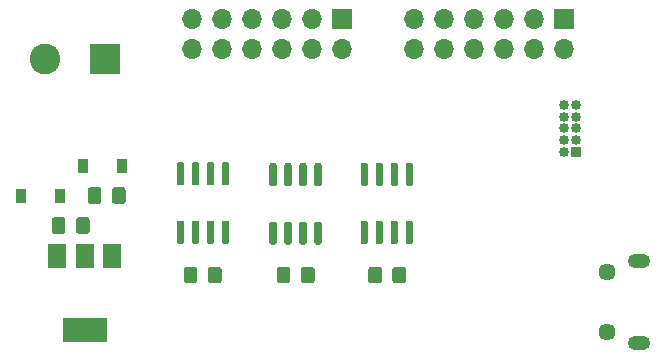
<source format=gbr>
G04 #@! TF.GenerationSoftware,KiCad,Pcbnew,5.1.5+dfsg1-2build2*
G04 #@! TF.CreationDate,2020-08-14T19:18:21+10:00*
G04 #@! TF.ProjectId,sid-board-v3_blocklayout,7369642d-626f-4617-9264-2d76335f626c,rev?*
G04 #@! TF.SameCoordinates,Original*
G04 #@! TF.FileFunction,Soldermask,Bot*
G04 #@! TF.FilePolarity,Negative*
%FSLAX46Y46*%
G04 Gerber Fmt 4.6, Leading zero omitted, Abs format (unit mm)*
G04 Created by KiCad (PCBNEW 5.1.5+dfsg1-2build2) date 2020-08-14 19:18:21*
%MOMM*%
%LPD*%
G04 APERTURE LIST*
%ADD10O,1.700000X1.700000*%
%ADD11R,1.700000X1.700000*%
%ADD12R,0.900000X1.200000*%
%ADD13C,0.100000*%
%ADD14O,1.900000X1.200000*%
%ADD15C,1.450000*%
%ADD16C,2.600000*%
%ADD17R,2.600000X2.600000*%
%ADD18R,1.500000X2.000000*%
%ADD19R,3.800000X2.000000*%
%ADD20R,0.850000X0.850000*%
%ADD21O,0.850000X0.850000*%
G04 APERTURE END LIST*
D10*
X152400000Y-71755000D03*
X152400000Y-69215000D03*
X154940000Y-71755000D03*
X154940000Y-69215000D03*
X157480000Y-71755000D03*
X157480000Y-69215000D03*
X160020000Y-71755000D03*
X160020000Y-69215000D03*
X162560000Y-71755000D03*
X162560000Y-69215000D03*
X165100000Y-71755000D03*
D11*
X165100000Y-69215000D03*
D10*
X133604000Y-71755000D03*
X133604000Y-69215000D03*
X136144000Y-71755000D03*
X136144000Y-69215000D03*
X138684000Y-71755000D03*
X138684000Y-69215000D03*
X141224000Y-71755000D03*
X141224000Y-69215000D03*
X143764000Y-71755000D03*
X143764000Y-69215000D03*
X146304000Y-71755000D03*
D11*
X146304000Y-69215000D03*
D12*
X127634000Y-81661000D03*
X124334000Y-81661000D03*
D13*
G36*
X152136123Y-86362547D02*
G01*
X152150684Y-86364707D01*
X152164963Y-86368284D01*
X152178823Y-86373243D01*
X152192130Y-86379537D01*
X152204756Y-86387105D01*
X152216579Y-86395873D01*
X152227486Y-86405759D01*
X152237372Y-86416666D01*
X152246140Y-86428489D01*
X152253708Y-86441115D01*
X152260002Y-86454422D01*
X152264961Y-86468282D01*
X152268538Y-86482561D01*
X152270698Y-86497122D01*
X152271420Y-86511825D01*
X152271420Y-88161825D01*
X152270698Y-88176528D01*
X152268538Y-88191089D01*
X152264961Y-88205368D01*
X152260002Y-88219228D01*
X152253708Y-88232535D01*
X152246140Y-88245161D01*
X152237372Y-88256984D01*
X152227486Y-88267891D01*
X152216579Y-88277777D01*
X152204756Y-88286545D01*
X152192130Y-88294113D01*
X152178823Y-88300407D01*
X152164963Y-88305366D01*
X152150684Y-88308943D01*
X152136123Y-88311103D01*
X152121420Y-88311825D01*
X151821420Y-88311825D01*
X151806717Y-88311103D01*
X151792156Y-88308943D01*
X151777877Y-88305366D01*
X151764017Y-88300407D01*
X151750710Y-88294113D01*
X151738084Y-88286545D01*
X151726261Y-88277777D01*
X151715354Y-88267891D01*
X151705468Y-88256984D01*
X151696700Y-88245161D01*
X151689132Y-88232535D01*
X151682838Y-88219228D01*
X151677879Y-88205368D01*
X151674302Y-88191089D01*
X151672142Y-88176528D01*
X151671420Y-88161825D01*
X151671420Y-86511825D01*
X151672142Y-86497122D01*
X151674302Y-86482561D01*
X151677879Y-86468282D01*
X151682838Y-86454422D01*
X151689132Y-86441115D01*
X151696700Y-86428489D01*
X151705468Y-86416666D01*
X151715354Y-86405759D01*
X151726261Y-86395873D01*
X151738084Y-86387105D01*
X151750710Y-86379537D01*
X151764017Y-86373243D01*
X151777877Y-86368284D01*
X151792156Y-86364707D01*
X151806717Y-86362547D01*
X151821420Y-86361825D01*
X152121420Y-86361825D01*
X152136123Y-86362547D01*
G37*
G36*
X150866123Y-86362547D02*
G01*
X150880684Y-86364707D01*
X150894963Y-86368284D01*
X150908823Y-86373243D01*
X150922130Y-86379537D01*
X150934756Y-86387105D01*
X150946579Y-86395873D01*
X150957486Y-86405759D01*
X150967372Y-86416666D01*
X150976140Y-86428489D01*
X150983708Y-86441115D01*
X150990002Y-86454422D01*
X150994961Y-86468282D01*
X150998538Y-86482561D01*
X151000698Y-86497122D01*
X151001420Y-86511825D01*
X151001420Y-88161825D01*
X151000698Y-88176528D01*
X150998538Y-88191089D01*
X150994961Y-88205368D01*
X150990002Y-88219228D01*
X150983708Y-88232535D01*
X150976140Y-88245161D01*
X150967372Y-88256984D01*
X150957486Y-88267891D01*
X150946579Y-88277777D01*
X150934756Y-88286545D01*
X150922130Y-88294113D01*
X150908823Y-88300407D01*
X150894963Y-88305366D01*
X150880684Y-88308943D01*
X150866123Y-88311103D01*
X150851420Y-88311825D01*
X150551420Y-88311825D01*
X150536717Y-88311103D01*
X150522156Y-88308943D01*
X150507877Y-88305366D01*
X150494017Y-88300407D01*
X150480710Y-88294113D01*
X150468084Y-88286545D01*
X150456261Y-88277777D01*
X150445354Y-88267891D01*
X150435468Y-88256984D01*
X150426700Y-88245161D01*
X150419132Y-88232535D01*
X150412838Y-88219228D01*
X150407879Y-88205368D01*
X150404302Y-88191089D01*
X150402142Y-88176528D01*
X150401420Y-88161825D01*
X150401420Y-86511825D01*
X150402142Y-86497122D01*
X150404302Y-86482561D01*
X150407879Y-86468282D01*
X150412838Y-86454422D01*
X150419132Y-86441115D01*
X150426700Y-86428489D01*
X150435468Y-86416666D01*
X150445354Y-86405759D01*
X150456261Y-86395873D01*
X150468084Y-86387105D01*
X150480710Y-86379537D01*
X150494017Y-86373243D01*
X150507877Y-86368284D01*
X150522156Y-86364707D01*
X150536717Y-86362547D01*
X150551420Y-86361825D01*
X150851420Y-86361825D01*
X150866123Y-86362547D01*
G37*
G36*
X149596123Y-86362547D02*
G01*
X149610684Y-86364707D01*
X149624963Y-86368284D01*
X149638823Y-86373243D01*
X149652130Y-86379537D01*
X149664756Y-86387105D01*
X149676579Y-86395873D01*
X149687486Y-86405759D01*
X149697372Y-86416666D01*
X149706140Y-86428489D01*
X149713708Y-86441115D01*
X149720002Y-86454422D01*
X149724961Y-86468282D01*
X149728538Y-86482561D01*
X149730698Y-86497122D01*
X149731420Y-86511825D01*
X149731420Y-88161825D01*
X149730698Y-88176528D01*
X149728538Y-88191089D01*
X149724961Y-88205368D01*
X149720002Y-88219228D01*
X149713708Y-88232535D01*
X149706140Y-88245161D01*
X149697372Y-88256984D01*
X149687486Y-88267891D01*
X149676579Y-88277777D01*
X149664756Y-88286545D01*
X149652130Y-88294113D01*
X149638823Y-88300407D01*
X149624963Y-88305366D01*
X149610684Y-88308943D01*
X149596123Y-88311103D01*
X149581420Y-88311825D01*
X149281420Y-88311825D01*
X149266717Y-88311103D01*
X149252156Y-88308943D01*
X149237877Y-88305366D01*
X149224017Y-88300407D01*
X149210710Y-88294113D01*
X149198084Y-88286545D01*
X149186261Y-88277777D01*
X149175354Y-88267891D01*
X149165468Y-88256984D01*
X149156700Y-88245161D01*
X149149132Y-88232535D01*
X149142838Y-88219228D01*
X149137879Y-88205368D01*
X149134302Y-88191089D01*
X149132142Y-88176528D01*
X149131420Y-88161825D01*
X149131420Y-86511825D01*
X149132142Y-86497122D01*
X149134302Y-86482561D01*
X149137879Y-86468282D01*
X149142838Y-86454422D01*
X149149132Y-86441115D01*
X149156700Y-86428489D01*
X149165468Y-86416666D01*
X149175354Y-86405759D01*
X149186261Y-86395873D01*
X149198084Y-86387105D01*
X149210710Y-86379537D01*
X149224017Y-86373243D01*
X149237877Y-86368284D01*
X149252156Y-86364707D01*
X149266717Y-86362547D01*
X149281420Y-86361825D01*
X149581420Y-86361825D01*
X149596123Y-86362547D01*
G37*
G36*
X148326123Y-86362547D02*
G01*
X148340684Y-86364707D01*
X148354963Y-86368284D01*
X148368823Y-86373243D01*
X148382130Y-86379537D01*
X148394756Y-86387105D01*
X148406579Y-86395873D01*
X148417486Y-86405759D01*
X148427372Y-86416666D01*
X148436140Y-86428489D01*
X148443708Y-86441115D01*
X148450002Y-86454422D01*
X148454961Y-86468282D01*
X148458538Y-86482561D01*
X148460698Y-86497122D01*
X148461420Y-86511825D01*
X148461420Y-88161825D01*
X148460698Y-88176528D01*
X148458538Y-88191089D01*
X148454961Y-88205368D01*
X148450002Y-88219228D01*
X148443708Y-88232535D01*
X148436140Y-88245161D01*
X148427372Y-88256984D01*
X148417486Y-88267891D01*
X148406579Y-88277777D01*
X148394756Y-88286545D01*
X148382130Y-88294113D01*
X148368823Y-88300407D01*
X148354963Y-88305366D01*
X148340684Y-88308943D01*
X148326123Y-88311103D01*
X148311420Y-88311825D01*
X148011420Y-88311825D01*
X147996717Y-88311103D01*
X147982156Y-88308943D01*
X147967877Y-88305366D01*
X147954017Y-88300407D01*
X147940710Y-88294113D01*
X147928084Y-88286545D01*
X147916261Y-88277777D01*
X147905354Y-88267891D01*
X147895468Y-88256984D01*
X147886700Y-88245161D01*
X147879132Y-88232535D01*
X147872838Y-88219228D01*
X147867879Y-88205368D01*
X147864302Y-88191089D01*
X147862142Y-88176528D01*
X147861420Y-88161825D01*
X147861420Y-86511825D01*
X147862142Y-86497122D01*
X147864302Y-86482561D01*
X147867879Y-86468282D01*
X147872838Y-86454422D01*
X147879132Y-86441115D01*
X147886700Y-86428489D01*
X147895468Y-86416666D01*
X147905354Y-86405759D01*
X147916261Y-86395873D01*
X147928084Y-86387105D01*
X147940710Y-86379537D01*
X147954017Y-86373243D01*
X147967877Y-86368284D01*
X147982156Y-86364707D01*
X147996717Y-86362547D01*
X148011420Y-86361825D01*
X148311420Y-86361825D01*
X148326123Y-86362547D01*
G37*
G36*
X148326123Y-81412547D02*
G01*
X148340684Y-81414707D01*
X148354963Y-81418284D01*
X148368823Y-81423243D01*
X148382130Y-81429537D01*
X148394756Y-81437105D01*
X148406579Y-81445873D01*
X148417486Y-81455759D01*
X148427372Y-81466666D01*
X148436140Y-81478489D01*
X148443708Y-81491115D01*
X148450002Y-81504422D01*
X148454961Y-81518282D01*
X148458538Y-81532561D01*
X148460698Y-81547122D01*
X148461420Y-81561825D01*
X148461420Y-83211825D01*
X148460698Y-83226528D01*
X148458538Y-83241089D01*
X148454961Y-83255368D01*
X148450002Y-83269228D01*
X148443708Y-83282535D01*
X148436140Y-83295161D01*
X148427372Y-83306984D01*
X148417486Y-83317891D01*
X148406579Y-83327777D01*
X148394756Y-83336545D01*
X148382130Y-83344113D01*
X148368823Y-83350407D01*
X148354963Y-83355366D01*
X148340684Y-83358943D01*
X148326123Y-83361103D01*
X148311420Y-83361825D01*
X148011420Y-83361825D01*
X147996717Y-83361103D01*
X147982156Y-83358943D01*
X147967877Y-83355366D01*
X147954017Y-83350407D01*
X147940710Y-83344113D01*
X147928084Y-83336545D01*
X147916261Y-83327777D01*
X147905354Y-83317891D01*
X147895468Y-83306984D01*
X147886700Y-83295161D01*
X147879132Y-83282535D01*
X147872838Y-83269228D01*
X147867879Y-83255368D01*
X147864302Y-83241089D01*
X147862142Y-83226528D01*
X147861420Y-83211825D01*
X147861420Y-81561825D01*
X147862142Y-81547122D01*
X147864302Y-81532561D01*
X147867879Y-81518282D01*
X147872838Y-81504422D01*
X147879132Y-81491115D01*
X147886700Y-81478489D01*
X147895468Y-81466666D01*
X147905354Y-81455759D01*
X147916261Y-81445873D01*
X147928084Y-81437105D01*
X147940710Y-81429537D01*
X147954017Y-81423243D01*
X147967877Y-81418284D01*
X147982156Y-81414707D01*
X147996717Y-81412547D01*
X148011420Y-81411825D01*
X148311420Y-81411825D01*
X148326123Y-81412547D01*
G37*
G36*
X149596123Y-81412547D02*
G01*
X149610684Y-81414707D01*
X149624963Y-81418284D01*
X149638823Y-81423243D01*
X149652130Y-81429537D01*
X149664756Y-81437105D01*
X149676579Y-81445873D01*
X149687486Y-81455759D01*
X149697372Y-81466666D01*
X149706140Y-81478489D01*
X149713708Y-81491115D01*
X149720002Y-81504422D01*
X149724961Y-81518282D01*
X149728538Y-81532561D01*
X149730698Y-81547122D01*
X149731420Y-81561825D01*
X149731420Y-83211825D01*
X149730698Y-83226528D01*
X149728538Y-83241089D01*
X149724961Y-83255368D01*
X149720002Y-83269228D01*
X149713708Y-83282535D01*
X149706140Y-83295161D01*
X149697372Y-83306984D01*
X149687486Y-83317891D01*
X149676579Y-83327777D01*
X149664756Y-83336545D01*
X149652130Y-83344113D01*
X149638823Y-83350407D01*
X149624963Y-83355366D01*
X149610684Y-83358943D01*
X149596123Y-83361103D01*
X149581420Y-83361825D01*
X149281420Y-83361825D01*
X149266717Y-83361103D01*
X149252156Y-83358943D01*
X149237877Y-83355366D01*
X149224017Y-83350407D01*
X149210710Y-83344113D01*
X149198084Y-83336545D01*
X149186261Y-83327777D01*
X149175354Y-83317891D01*
X149165468Y-83306984D01*
X149156700Y-83295161D01*
X149149132Y-83282535D01*
X149142838Y-83269228D01*
X149137879Y-83255368D01*
X149134302Y-83241089D01*
X149132142Y-83226528D01*
X149131420Y-83211825D01*
X149131420Y-81561825D01*
X149132142Y-81547122D01*
X149134302Y-81532561D01*
X149137879Y-81518282D01*
X149142838Y-81504422D01*
X149149132Y-81491115D01*
X149156700Y-81478489D01*
X149165468Y-81466666D01*
X149175354Y-81455759D01*
X149186261Y-81445873D01*
X149198084Y-81437105D01*
X149210710Y-81429537D01*
X149224017Y-81423243D01*
X149237877Y-81418284D01*
X149252156Y-81414707D01*
X149266717Y-81412547D01*
X149281420Y-81411825D01*
X149581420Y-81411825D01*
X149596123Y-81412547D01*
G37*
G36*
X150866123Y-81412547D02*
G01*
X150880684Y-81414707D01*
X150894963Y-81418284D01*
X150908823Y-81423243D01*
X150922130Y-81429537D01*
X150934756Y-81437105D01*
X150946579Y-81445873D01*
X150957486Y-81455759D01*
X150967372Y-81466666D01*
X150976140Y-81478489D01*
X150983708Y-81491115D01*
X150990002Y-81504422D01*
X150994961Y-81518282D01*
X150998538Y-81532561D01*
X151000698Y-81547122D01*
X151001420Y-81561825D01*
X151001420Y-83211825D01*
X151000698Y-83226528D01*
X150998538Y-83241089D01*
X150994961Y-83255368D01*
X150990002Y-83269228D01*
X150983708Y-83282535D01*
X150976140Y-83295161D01*
X150967372Y-83306984D01*
X150957486Y-83317891D01*
X150946579Y-83327777D01*
X150934756Y-83336545D01*
X150922130Y-83344113D01*
X150908823Y-83350407D01*
X150894963Y-83355366D01*
X150880684Y-83358943D01*
X150866123Y-83361103D01*
X150851420Y-83361825D01*
X150551420Y-83361825D01*
X150536717Y-83361103D01*
X150522156Y-83358943D01*
X150507877Y-83355366D01*
X150494017Y-83350407D01*
X150480710Y-83344113D01*
X150468084Y-83336545D01*
X150456261Y-83327777D01*
X150445354Y-83317891D01*
X150435468Y-83306984D01*
X150426700Y-83295161D01*
X150419132Y-83282535D01*
X150412838Y-83269228D01*
X150407879Y-83255368D01*
X150404302Y-83241089D01*
X150402142Y-83226528D01*
X150401420Y-83211825D01*
X150401420Y-81561825D01*
X150402142Y-81547122D01*
X150404302Y-81532561D01*
X150407879Y-81518282D01*
X150412838Y-81504422D01*
X150419132Y-81491115D01*
X150426700Y-81478489D01*
X150435468Y-81466666D01*
X150445354Y-81455759D01*
X150456261Y-81445873D01*
X150468084Y-81437105D01*
X150480710Y-81429537D01*
X150494017Y-81423243D01*
X150507877Y-81418284D01*
X150522156Y-81414707D01*
X150536717Y-81412547D01*
X150551420Y-81411825D01*
X150851420Y-81411825D01*
X150866123Y-81412547D01*
G37*
G36*
X152136123Y-81412547D02*
G01*
X152150684Y-81414707D01*
X152164963Y-81418284D01*
X152178823Y-81423243D01*
X152192130Y-81429537D01*
X152204756Y-81437105D01*
X152216579Y-81445873D01*
X152227486Y-81455759D01*
X152237372Y-81466666D01*
X152246140Y-81478489D01*
X152253708Y-81491115D01*
X152260002Y-81504422D01*
X152264961Y-81518282D01*
X152268538Y-81532561D01*
X152270698Y-81547122D01*
X152271420Y-81561825D01*
X152271420Y-83211825D01*
X152270698Y-83226528D01*
X152268538Y-83241089D01*
X152264961Y-83255368D01*
X152260002Y-83269228D01*
X152253708Y-83282535D01*
X152246140Y-83295161D01*
X152237372Y-83306984D01*
X152227486Y-83317891D01*
X152216579Y-83327777D01*
X152204756Y-83336545D01*
X152192130Y-83344113D01*
X152178823Y-83350407D01*
X152164963Y-83355366D01*
X152150684Y-83358943D01*
X152136123Y-83361103D01*
X152121420Y-83361825D01*
X151821420Y-83361825D01*
X151806717Y-83361103D01*
X151792156Y-83358943D01*
X151777877Y-83355366D01*
X151764017Y-83350407D01*
X151750710Y-83344113D01*
X151738084Y-83336545D01*
X151726261Y-83327777D01*
X151715354Y-83317891D01*
X151705468Y-83306984D01*
X151696700Y-83295161D01*
X151689132Y-83282535D01*
X151682838Y-83269228D01*
X151677879Y-83255368D01*
X151674302Y-83241089D01*
X151672142Y-83226528D01*
X151671420Y-83211825D01*
X151671420Y-81561825D01*
X151672142Y-81547122D01*
X151674302Y-81532561D01*
X151677879Y-81518282D01*
X151682838Y-81504422D01*
X151689132Y-81491115D01*
X151696700Y-81478489D01*
X151705468Y-81466666D01*
X151715354Y-81455759D01*
X151726261Y-81445873D01*
X151738084Y-81437105D01*
X151750710Y-81429537D01*
X151764017Y-81423243D01*
X151777877Y-81418284D01*
X151792156Y-81414707D01*
X151806717Y-81412547D01*
X151821420Y-81411825D01*
X152121420Y-81411825D01*
X152136123Y-81412547D01*
G37*
D14*
X171417500Y-89718000D03*
X171417500Y-96718000D03*
D15*
X168717500Y-90718000D03*
X168717500Y-95718000D03*
D16*
X121158000Y-72644000D03*
D17*
X126238000Y-72644000D03*
D18*
X122189000Y-89313252D03*
X126789000Y-89313252D03*
X124489000Y-89313252D03*
D19*
X124489000Y-95613252D03*
D13*
G36*
X141691505Y-90233204D02*
G01*
X141715773Y-90236804D01*
X141739572Y-90242765D01*
X141762671Y-90251030D01*
X141784850Y-90261520D01*
X141805893Y-90274132D01*
X141825599Y-90288747D01*
X141843777Y-90305223D01*
X141860253Y-90323401D01*
X141874868Y-90343107D01*
X141887480Y-90364150D01*
X141897970Y-90386329D01*
X141906235Y-90409428D01*
X141912196Y-90433227D01*
X141915796Y-90457495D01*
X141917000Y-90481999D01*
X141917000Y-91382001D01*
X141915796Y-91406505D01*
X141912196Y-91430773D01*
X141906235Y-91454572D01*
X141897970Y-91477671D01*
X141887480Y-91499850D01*
X141874868Y-91520893D01*
X141860253Y-91540599D01*
X141843777Y-91558777D01*
X141825599Y-91575253D01*
X141805893Y-91589868D01*
X141784850Y-91602480D01*
X141762671Y-91612970D01*
X141739572Y-91621235D01*
X141715773Y-91627196D01*
X141691505Y-91630796D01*
X141667001Y-91632000D01*
X141016999Y-91632000D01*
X140992495Y-91630796D01*
X140968227Y-91627196D01*
X140944428Y-91621235D01*
X140921329Y-91612970D01*
X140899150Y-91602480D01*
X140878107Y-91589868D01*
X140858401Y-91575253D01*
X140840223Y-91558777D01*
X140823747Y-91540599D01*
X140809132Y-91520893D01*
X140796520Y-91499850D01*
X140786030Y-91477671D01*
X140777765Y-91454572D01*
X140771804Y-91430773D01*
X140768204Y-91406505D01*
X140767000Y-91382001D01*
X140767000Y-90481999D01*
X140768204Y-90457495D01*
X140771804Y-90433227D01*
X140777765Y-90409428D01*
X140786030Y-90386329D01*
X140796520Y-90364150D01*
X140809132Y-90343107D01*
X140823747Y-90323401D01*
X140840223Y-90305223D01*
X140858401Y-90288747D01*
X140878107Y-90274132D01*
X140899150Y-90261520D01*
X140921329Y-90251030D01*
X140944428Y-90242765D01*
X140968227Y-90236804D01*
X140992495Y-90233204D01*
X141016999Y-90232000D01*
X141667001Y-90232000D01*
X141691505Y-90233204D01*
G37*
G36*
X143741505Y-90233204D02*
G01*
X143765773Y-90236804D01*
X143789572Y-90242765D01*
X143812671Y-90251030D01*
X143834850Y-90261520D01*
X143855893Y-90274132D01*
X143875599Y-90288747D01*
X143893777Y-90305223D01*
X143910253Y-90323401D01*
X143924868Y-90343107D01*
X143937480Y-90364150D01*
X143947970Y-90386329D01*
X143956235Y-90409428D01*
X143962196Y-90433227D01*
X143965796Y-90457495D01*
X143967000Y-90481999D01*
X143967000Y-91382001D01*
X143965796Y-91406505D01*
X143962196Y-91430773D01*
X143956235Y-91454572D01*
X143947970Y-91477671D01*
X143937480Y-91499850D01*
X143924868Y-91520893D01*
X143910253Y-91540599D01*
X143893777Y-91558777D01*
X143875599Y-91575253D01*
X143855893Y-91589868D01*
X143834850Y-91602480D01*
X143812671Y-91612970D01*
X143789572Y-91621235D01*
X143765773Y-91627196D01*
X143741505Y-91630796D01*
X143717001Y-91632000D01*
X143066999Y-91632000D01*
X143042495Y-91630796D01*
X143018227Y-91627196D01*
X142994428Y-91621235D01*
X142971329Y-91612970D01*
X142949150Y-91602480D01*
X142928107Y-91589868D01*
X142908401Y-91575253D01*
X142890223Y-91558777D01*
X142873747Y-91540599D01*
X142859132Y-91520893D01*
X142846520Y-91499850D01*
X142836030Y-91477671D01*
X142827765Y-91454572D01*
X142821804Y-91430773D01*
X142818204Y-91406505D01*
X142817000Y-91382001D01*
X142817000Y-90481999D01*
X142818204Y-90457495D01*
X142821804Y-90433227D01*
X142827765Y-90409428D01*
X142836030Y-90386329D01*
X142846520Y-90364150D01*
X142859132Y-90343107D01*
X142873747Y-90323401D01*
X142890223Y-90305223D01*
X142908401Y-90288747D01*
X142928107Y-90274132D01*
X142949150Y-90261520D01*
X142971329Y-90251030D01*
X142994428Y-90242765D01*
X143018227Y-90236804D01*
X143042495Y-90233204D01*
X143066999Y-90232000D01*
X143717001Y-90232000D01*
X143741505Y-90233204D01*
G37*
G36*
X151488505Y-90233204D02*
G01*
X151512773Y-90236804D01*
X151536572Y-90242765D01*
X151559671Y-90251030D01*
X151581850Y-90261520D01*
X151602893Y-90274132D01*
X151622599Y-90288747D01*
X151640777Y-90305223D01*
X151657253Y-90323401D01*
X151671868Y-90343107D01*
X151684480Y-90364150D01*
X151694970Y-90386329D01*
X151703235Y-90409428D01*
X151709196Y-90433227D01*
X151712796Y-90457495D01*
X151714000Y-90481999D01*
X151714000Y-91382001D01*
X151712796Y-91406505D01*
X151709196Y-91430773D01*
X151703235Y-91454572D01*
X151694970Y-91477671D01*
X151684480Y-91499850D01*
X151671868Y-91520893D01*
X151657253Y-91540599D01*
X151640777Y-91558777D01*
X151622599Y-91575253D01*
X151602893Y-91589868D01*
X151581850Y-91602480D01*
X151559671Y-91612970D01*
X151536572Y-91621235D01*
X151512773Y-91627196D01*
X151488505Y-91630796D01*
X151464001Y-91632000D01*
X150813999Y-91632000D01*
X150789495Y-91630796D01*
X150765227Y-91627196D01*
X150741428Y-91621235D01*
X150718329Y-91612970D01*
X150696150Y-91602480D01*
X150675107Y-91589868D01*
X150655401Y-91575253D01*
X150637223Y-91558777D01*
X150620747Y-91540599D01*
X150606132Y-91520893D01*
X150593520Y-91499850D01*
X150583030Y-91477671D01*
X150574765Y-91454572D01*
X150568804Y-91430773D01*
X150565204Y-91406505D01*
X150564000Y-91382001D01*
X150564000Y-90481999D01*
X150565204Y-90457495D01*
X150568804Y-90433227D01*
X150574765Y-90409428D01*
X150583030Y-90386329D01*
X150593520Y-90364150D01*
X150606132Y-90343107D01*
X150620747Y-90323401D01*
X150637223Y-90305223D01*
X150655401Y-90288747D01*
X150675107Y-90274132D01*
X150696150Y-90261520D01*
X150718329Y-90251030D01*
X150741428Y-90242765D01*
X150765227Y-90236804D01*
X150789495Y-90233204D01*
X150813999Y-90232000D01*
X151464001Y-90232000D01*
X151488505Y-90233204D01*
G37*
G36*
X149438505Y-90233204D02*
G01*
X149462773Y-90236804D01*
X149486572Y-90242765D01*
X149509671Y-90251030D01*
X149531850Y-90261520D01*
X149552893Y-90274132D01*
X149572599Y-90288747D01*
X149590777Y-90305223D01*
X149607253Y-90323401D01*
X149621868Y-90343107D01*
X149634480Y-90364150D01*
X149644970Y-90386329D01*
X149653235Y-90409428D01*
X149659196Y-90433227D01*
X149662796Y-90457495D01*
X149664000Y-90481999D01*
X149664000Y-91382001D01*
X149662796Y-91406505D01*
X149659196Y-91430773D01*
X149653235Y-91454572D01*
X149644970Y-91477671D01*
X149634480Y-91499850D01*
X149621868Y-91520893D01*
X149607253Y-91540599D01*
X149590777Y-91558777D01*
X149572599Y-91575253D01*
X149552893Y-91589868D01*
X149531850Y-91602480D01*
X149509671Y-91612970D01*
X149486572Y-91621235D01*
X149462773Y-91627196D01*
X149438505Y-91630796D01*
X149414001Y-91632000D01*
X148763999Y-91632000D01*
X148739495Y-91630796D01*
X148715227Y-91627196D01*
X148691428Y-91621235D01*
X148668329Y-91612970D01*
X148646150Y-91602480D01*
X148625107Y-91589868D01*
X148605401Y-91575253D01*
X148587223Y-91558777D01*
X148570747Y-91540599D01*
X148556132Y-91520893D01*
X148543520Y-91499850D01*
X148533030Y-91477671D01*
X148524765Y-91454572D01*
X148518804Y-91430773D01*
X148515204Y-91406505D01*
X148514000Y-91382001D01*
X148514000Y-90481999D01*
X148515204Y-90457495D01*
X148518804Y-90433227D01*
X148524765Y-90409428D01*
X148533030Y-90386329D01*
X148543520Y-90364150D01*
X148556132Y-90343107D01*
X148570747Y-90323401D01*
X148587223Y-90305223D01*
X148605401Y-90288747D01*
X148625107Y-90274132D01*
X148646150Y-90261520D01*
X148668329Y-90251030D01*
X148691428Y-90242765D01*
X148715227Y-90236804D01*
X148739495Y-90233204D01*
X148763999Y-90232000D01*
X149414001Y-90232000D01*
X149438505Y-90233204D01*
G37*
G36*
X144421580Y-81457881D02*
G01*
X144436141Y-81460041D01*
X144450420Y-81463618D01*
X144464280Y-81468577D01*
X144477587Y-81474871D01*
X144490213Y-81482439D01*
X144502036Y-81491207D01*
X144512943Y-81501093D01*
X144522829Y-81512000D01*
X144531597Y-81523823D01*
X144539165Y-81536449D01*
X144545459Y-81549756D01*
X144550418Y-81563616D01*
X144553995Y-81577895D01*
X144556155Y-81592456D01*
X144556877Y-81607159D01*
X144556877Y-83257159D01*
X144556155Y-83271862D01*
X144553995Y-83286423D01*
X144550418Y-83300702D01*
X144545459Y-83314562D01*
X144539165Y-83327869D01*
X144531597Y-83340495D01*
X144522829Y-83352318D01*
X144512943Y-83363225D01*
X144502036Y-83373111D01*
X144490213Y-83381879D01*
X144477587Y-83389447D01*
X144464280Y-83395741D01*
X144450420Y-83400700D01*
X144436141Y-83404277D01*
X144421580Y-83406437D01*
X144406877Y-83407159D01*
X144106877Y-83407159D01*
X144092174Y-83406437D01*
X144077613Y-83404277D01*
X144063334Y-83400700D01*
X144049474Y-83395741D01*
X144036167Y-83389447D01*
X144023541Y-83381879D01*
X144011718Y-83373111D01*
X144000811Y-83363225D01*
X143990925Y-83352318D01*
X143982157Y-83340495D01*
X143974589Y-83327869D01*
X143968295Y-83314562D01*
X143963336Y-83300702D01*
X143959759Y-83286423D01*
X143957599Y-83271862D01*
X143956877Y-83257159D01*
X143956877Y-81607159D01*
X143957599Y-81592456D01*
X143959759Y-81577895D01*
X143963336Y-81563616D01*
X143968295Y-81549756D01*
X143974589Y-81536449D01*
X143982157Y-81523823D01*
X143990925Y-81512000D01*
X144000811Y-81501093D01*
X144011718Y-81491207D01*
X144023541Y-81482439D01*
X144036167Y-81474871D01*
X144049474Y-81468577D01*
X144063334Y-81463618D01*
X144077613Y-81460041D01*
X144092174Y-81457881D01*
X144106877Y-81457159D01*
X144406877Y-81457159D01*
X144421580Y-81457881D01*
G37*
G36*
X143151580Y-81457881D02*
G01*
X143166141Y-81460041D01*
X143180420Y-81463618D01*
X143194280Y-81468577D01*
X143207587Y-81474871D01*
X143220213Y-81482439D01*
X143232036Y-81491207D01*
X143242943Y-81501093D01*
X143252829Y-81512000D01*
X143261597Y-81523823D01*
X143269165Y-81536449D01*
X143275459Y-81549756D01*
X143280418Y-81563616D01*
X143283995Y-81577895D01*
X143286155Y-81592456D01*
X143286877Y-81607159D01*
X143286877Y-83257159D01*
X143286155Y-83271862D01*
X143283995Y-83286423D01*
X143280418Y-83300702D01*
X143275459Y-83314562D01*
X143269165Y-83327869D01*
X143261597Y-83340495D01*
X143252829Y-83352318D01*
X143242943Y-83363225D01*
X143232036Y-83373111D01*
X143220213Y-83381879D01*
X143207587Y-83389447D01*
X143194280Y-83395741D01*
X143180420Y-83400700D01*
X143166141Y-83404277D01*
X143151580Y-83406437D01*
X143136877Y-83407159D01*
X142836877Y-83407159D01*
X142822174Y-83406437D01*
X142807613Y-83404277D01*
X142793334Y-83400700D01*
X142779474Y-83395741D01*
X142766167Y-83389447D01*
X142753541Y-83381879D01*
X142741718Y-83373111D01*
X142730811Y-83363225D01*
X142720925Y-83352318D01*
X142712157Y-83340495D01*
X142704589Y-83327869D01*
X142698295Y-83314562D01*
X142693336Y-83300702D01*
X142689759Y-83286423D01*
X142687599Y-83271862D01*
X142686877Y-83257159D01*
X142686877Y-81607159D01*
X142687599Y-81592456D01*
X142689759Y-81577895D01*
X142693336Y-81563616D01*
X142698295Y-81549756D01*
X142704589Y-81536449D01*
X142712157Y-81523823D01*
X142720925Y-81512000D01*
X142730811Y-81501093D01*
X142741718Y-81491207D01*
X142753541Y-81482439D01*
X142766167Y-81474871D01*
X142779474Y-81468577D01*
X142793334Y-81463618D01*
X142807613Y-81460041D01*
X142822174Y-81457881D01*
X142836877Y-81457159D01*
X143136877Y-81457159D01*
X143151580Y-81457881D01*
G37*
G36*
X141881580Y-81457881D02*
G01*
X141896141Y-81460041D01*
X141910420Y-81463618D01*
X141924280Y-81468577D01*
X141937587Y-81474871D01*
X141950213Y-81482439D01*
X141962036Y-81491207D01*
X141972943Y-81501093D01*
X141982829Y-81512000D01*
X141991597Y-81523823D01*
X141999165Y-81536449D01*
X142005459Y-81549756D01*
X142010418Y-81563616D01*
X142013995Y-81577895D01*
X142016155Y-81592456D01*
X142016877Y-81607159D01*
X142016877Y-83257159D01*
X142016155Y-83271862D01*
X142013995Y-83286423D01*
X142010418Y-83300702D01*
X142005459Y-83314562D01*
X141999165Y-83327869D01*
X141991597Y-83340495D01*
X141982829Y-83352318D01*
X141972943Y-83363225D01*
X141962036Y-83373111D01*
X141950213Y-83381879D01*
X141937587Y-83389447D01*
X141924280Y-83395741D01*
X141910420Y-83400700D01*
X141896141Y-83404277D01*
X141881580Y-83406437D01*
X141866877Y-83407159D01*
X141566877Y-83407159D01*
X141552174Y-83406437D01*
X141537613Y-83404277D01*
X141523334Y-83400700D01*
X141509474Y-83395741D01*
X141496167Y-83389447D01*
X141483541Y-83381879D01*
X141471718Y-83373111D01*
X141460811Y-83363225D01*
X141450925Y-83352318D01*
X141442157Y-83340495D01*
X141434589Y-83327869D01*
X141428295Y-83314562D01*
X141423336Y-83300702D01*
X141419759Y-83286423D01*
X141417599Y-83271862D01*
X141416877Y-83257159D01*
X141416877Y-81607159D01*
X141417599Y-81592456D01*
X141419759Y-81577895D01*
X141423336Y-81563616D01*
X141428295Y-81549756D01*
X141434589Y-81536449D01*
X141442157Y-81523823D01*
X141450925Y-81512000D01*
X141460811Y-81501093D01*
X141471718Y-81491207D01*
X141483541Y-81482439D01*
X141496167Y-81474871D01*
X141509474Y-81468577D01*
X141523334Y-81463618D01*
X141537613Y-81460041D01*
X141552174Y-81457881D01*
X141566877Y-81457159D01*
X141866877Y-81457159D01*
X141881580Y-81457881D01*
G37*
G36*
X140611580Y-81457881D02*
G01*
X140626141Y-81460041D01*
X140640420Y-81463618D01*
X140654280Y-81468577D01*
X140667587Y-81474871D01*
X140680213Y-81482439D01*
X140692036Y-81491207D01*
X140702943Y-81501093D01*
X140712829Y-81512000D01*
X140721597Y-81523823D01*
X140729165Y-81536449D01*
X140735459Y-81549756D01*
X140740418Y-81563616D01*
X140743995Y-81577895D01*
X140746155Y-81592456D01*
X140746877Y-81607159D01*
X140746877Y-83257159D01*
X140746155Y-83271862D01*
X140743995Y-83286423D01*
X140740418Y-83300702D01*
X140735459Y-83314562D01*
X140729165Y-83327869D01*
X140721597Y-83340495D01*
X140712829Y-83352318D01*
X140702943Y-83363225D01*
X140692036Y-83373111D01*
X140680213Y-83381879D01*
X140667587Y-83389447D01*
X140654280Y-83395741D01*
X140640420Y-83400700D01*
X140626141Y-83404277D01*
X140611580Y-83406437D01*
X140596877Y-83407159D01*
X140296877Y-83407159D01*
X140282174Y-83406437D01*
X140267613Y-83404277D01*
X140253334Y-83400700D01*
X140239474Y-83395741D01*
X140226167Y-83389447D01*
X140213541Y-83381879D01*
X140201718Y-83373111D01*
X140190811Y-83363225D01*
X140180925Y-83352318D01*
X140172157Y-83340495D01*
X140164589Y-83327869D01*
X140158295Y-83314562D01*
X140153336Y-83300702D01*
X140149759Y-83286423D01*
X140147599Y-83271862D01*
X140146877Y-83257159D01*
X140146877Y-81607159D01*
X140147599Y-81592456D01*
X140149759Y-81577895D01*
X140153336Y-81563616D01*
X140158295Y-81549756D01*
X140164589Y-81536449D01*
X140172157Y-81523823D01*
X140180925Y-81512000D01*
X140190811Y-81501093D01*
X140201718Y-81491207D01*
X140213541Y-81482439D01*
X140226167Y-81474871D01*
X140239474Y-81468577D01*
X140253334Y-81463618D01*
X140267613Y-81460041D01*
X140282174Y-81457881D01*
X140296877Y-81457159D01*
X140596877Y-81457159D01*
X140611580Y-81457881D01*
G37*
G36*
X140611580Y-86407881D02*
G01*
X140626141Y-86410041D01*
X140640420Y-86413618D01*
X140654280Y-86418577D01*
X140667587Y-86424871D01*
X140680213Y-86432439D01*
X140692036Y-86441207D01*
X140702943Y-86451093D01*
X140712829Y-86462000D01*
X140721597Y-86473823D01*
X140729165Y-86486449D01*
X140735459Y-86499756D01*
X140740418Y-86513616D01*
X140743995Y-86527895D01*
X140746155Y-86542456D01*
X140746877Y-86557159D01*
X140746877Y-88207159D01*
X140746155Y-88221862D01*
X140743995Y-88236423D01*
X140740418Y-88250702D01*
X140735459Y-88264562D01*
X140729165Y-88277869D01*
X140721597Y-88290495D01*
X140712829Y-88302318D01*
X140702943Y-88313225D01*
X140692036Y-88323111D01*
X140680213Y-88331879D01*
X140667587Y-88339447D01*
X140654280Y-88345741D01*
X140640420Y-88350700D01*
X140626141Y-88354277D01*
X140611580Y-88356437D01*
X140596877Y-88357159D01*
X140296877Y-88357159D01*
X140282174Y-88356437D01*
X140267613Y-88354277D01*
X140253334Y-88350700D01*
X140239474Y-88345741D01*
X140226167Y-88339447D01*
X140213541Y-88331879D01*
X140201718Y-88323111D01*
X140190811Y-88313225D01*
X140180925Y-88302318D01*
X140172157Y-88290495D01*
X140164589Y-88277869D01*
X140158295Y-88264562D01*
X140153336Y-88250702D01*
X140149759Y-88236423D01*
X140147599Y-88221862D01*
X140146877Y-88207159D01*
X140146877Y-86557159D01*
X140147599Y-86542456D01*
X140149759Y-86527895D01*
X140153336Y-86513616D01*
X140158295Y-86499756D01*
X140164589Y-86486449D01*
X140172157Y-86473823D01*
X140180925Y-86462000D01*
X140190811Y-86451093D01*
X140201718Y-86441207D01*
X140213541Y-86432439D01*
X140226167Y-86424871D01*
X140239474Y-86418577D01*
X140253334Y-86413618D01*
X140267613Y-86410041D01*
X140282174Y-86407881D01*
X140296877Y-86407159D01*
X140596877Y-86407159D01*
X140611580Y-86407881D01*
G37*
G36*
X141881580Y-86407881D02*
G01*
X141896141Y-86410041D01*
X141910420Y-86413618D01*
X141924280Y-86418577D01*
X141937587Y-86424871D01*
X141950213Y-86432439D01*
X141962036Y-86441207D01*
X141972943Y-86451093D01*
X141982829Y-86462000D01*
X141991597Y-86473823D01*
X141999165Y-86486449D01*
X142005459Y-86499756D01*
X142010418Y-86513616D01*
X142013995Y-86527895D01*
X142016155Y-86542456D01*
X142016877Y-86557159D01*
X142016877Y-88207159D01*
X142016155Y-88221862D01*
X142013995Y-88236423D01*
X142010418Y-88250702D01*
X142005459Y-88264562D01*
X141999165Y-88277869D01*
X141991597Y-88290495D01*
X141982829Y-88302318D01*
X141972943Y-88313225D01*
X141962036Y-88323111D01*
X141950213Y-88331879D01*
X141937587Y-88339447D01*
X141924280Y-88345741D01*
X141910420Y-88350700D01*
X141896141Y-88354277D01*
X141881580Y-88356437D01*
X141866877Y-88357159D01*
X141566877Y-88357159D01*
X141552174Y-88356437D01*
X141537613Y-88354277D01*
X141523334Y-88350700D01*
X141509474Y-88345741D01*
X141496167Y-88339447D01*
X141483541Y-88331879D01*
X141471718Y-88323111D01*
X141460811Y-88313225D01*
X141450925Y-88302318D01*
X141442157Y-88290495D01*
X141434589Y-88277869D01*
X141428295Y-88264562D01*
X141423336Y-88250702D01*
X141419759Y-88236423D01*
X141417599Y-88221862D01*
X141416877Y-88207159D01*
X141416877Y-86557159D01*
X141417599Y-86542456D01*
X141419759Y-86527895D01*
X141423336Y-86513616D01*
X141428295Y-86499756D01*
X141434589Y-86486449D01*
X141442157Y-86473823D01*
X141450925Y-86462000D01*
X141460811Y-86451093D01*
X141471718Y-86441207D01*
X141483541Y-86432439D01*
X141496167Y-86424871D01*
X141509474Y-86418577D01*
X141523334Y-86413618D01*
X141537613Y-86410041D01*
X141552174Y-86407881D01*
X141566877Y-86407159D01*
X141866877Y-86407159D01*
X141881580Y-86407881D01*
G37*
G36*
X143151580Y-86407881D02*
G01*
X143166141Y-86410041D01*
X143180420Y-86413618D01*
X143194280Y-86418577D01*
X143207587Y-86424871D01*
X143220213Y-86432439D01*
X143232036Y-86441207D01*
X143242943Y-86451093D01*
X143252829Y-86462000D01*
X143261597Y-86473823D01*
X143269165Y-86486449D01*
X143275459Y-86499756D01*
X143280418Y-86513616D01*
X143283995Y-86527895D01*
X143286155Y-86542456D01*
X143286877Y-86557159D01*
X143286877Y-88207159D01*
X143286155Y-88221862D01*
X143283995Y-88236423D01*
X143280418Y-88250702D01*
X143275459Y-88264562D01*
X143269165Y-88277869D01*
X143261597Y-88290495D01*
X143252829Y-88302318D01*
X143242943Y-88313225D01*
X143232036Y-88323111D01*
X143220213Y-88331879D01*
X143207587Y-88339447D01*
X143194280Y-88345741D01*
X143180420Y-88350700D01*
X143166141Y-88354277D01*
X143151580Y-88356437D01*
X143136877Y-88357159D01*
X142836877Y-88357159D01*
X142822174Y-88356437D01*
X142807613Y-88354277D01*
X142793334Y-88350700D01*
X142779474Y-88345741D01*
X142766167Y-88339447D01*
X142753541Y-88331879D01*
X142741718Y-88323111D01*
X142730811Y-88313225D01*
X142720925Y-88302318D01*
X142712157Y-88290495D01*
X142704589Y-88277869D01*
X142698295Y-88264562D01*
X142693336Y-88250702D01*
X142689759Y-88236423D01*
X142687599Y-88221862D01*
X142686877Y-88207159D01*
X142686877Y-86557159D01*
X142687599Y-86542456D01*
X142689759Y-86527895D01*
X142693336Y-86513616D01*
X142698295Y-86499756D01*
X142704589Y-86486449D01*
X142712157Y-86473823D01*
X142720925Y-86462000D01*
X142730811Y-86451093D01*
X142741718Y-86441207D01*
X142753541Y-86432439D01*
X142766167Y-86424871D01*
X142779474Y-86418577D01*
X142793334Y-86413618D01*
X142807613Y-86410041D01*
X142822174Y-86407881D01*
X142836877Y-86407159D01*
X143136877Y-86407159D01*
X143151580Y-86407881D01*
G37*
G36*
X144421580Y-86407881D02*
G01*
X144436141Y-86410041D01*
X144450420Y-86413618D01*
X144464280Y-86418577D01*
X144477587Y-86424871D01*
X144490213Y-86432439D01*
X144502036Y-86441207D01*
X144512943Y-86451093D01*
X144522829Y-86462000D01*
X144531597Y-86473823D01*
X144539165Y-86486449D01*
X144545459Y-86499756D01*
X144550418Y-86513616D01*
X144553995Y-86527895D01*
X144556155Y-86542456D01*
X144556877Y-86557159D01*
X144556877Y-88207159D01*
X144556155Y-88221862D01*
X144553995Y-88236423D01*
X144550418Y-88250702D01*
X144545459Y-88264562D01*
X144539165Y-88277869D01*
X144531597Y-88290495D01*
X144522829Y-88302318D01*
X144512943Y-88313225D01*
X144502036Y-88323111D01*
X144490213Y-88331879D01*
X144477587Y-88339447D01*
X144464280Y-88345741D01*
X144450420Y-88350700D01*
X144436141Y-88354277D01*
X144421580Y-88356437D01*
X144406877Y-88357159D01*
X144106877Y-88357159D01*
X144092174Y-88356437D01*
X144077613Y-88354277D01*
X144063334Y-88350700D01*
X144049474Y-88345741D01*
X144036167Y-88339447D01*
X144023541Y-88331879D01*
X144011718Y-88323111D01*
X144000811Y-88313225D01*
X143990925Y-88302318D01*
X143982157Y-88290495D01*
X143974589Y-88277869D01*
X143968295Y-88264562D01*
X143963336Y-88250702D01*
X143959759Y-88236423D01*
X143957599Y-88221862D01*
X143956877Y-88207159D01*
X143956877Y-86557159D01*
X143957599Y-86542456D01*
X143959759Y-86527895D01*
X143963336Y-86513616D01*
X143968295Y-86499756D01*
X143974589Y-86486449D01*
X143982157Y-86473823D01*
X143990925Y-86462000D01*
X144000811Y-86451093D01*
X144011718Y-86441207D01*
X144023541Y-86432439D01*
X144036167Y-86424871D01*
X144049474Y-86418577D01*
X144063334Y-86413618D01*
X144077613Y-86410041D01*
X144092174Y-86407881D01*
X144106877Y-86407159D01*
X144406877Y-86407159D01*
X144421580Y-86407881D01*
G37*
D12*
X119127000Y-84201000D03*
X122427000Y-84201000D03*
D13*
G36*
X133817505Y-90233204D02*
G01*
X133841773Y-90236804D01*
X133865572Y-90242765D01*
X133888671Y-90251030D01*
X133910850Y-90261520D01*
X133931893Y-90274132D01*
X133951599Y-90288747D01*
X133969777Y-90305223D01*
X133986253Y-90323401D01*
X134000868Y-90343107D01*
X134013480Y-90364150D01*
X134023970Y-90386329D01*
X134032235Y-90409428D01*
X134038196Y-90433227D01*
X134041796Y-90457495D01*
X134043000Y-90481999D01*
X134043000Y-91382001D01*
X134041796Y-91406505D01*
X134038196Y-91430773D01*
X134032235Y-91454572D01*
X134023970Y-91477671D01*
X134013480Y-91499850D01*
X134000868Y-91520893D01*
X133986253Y-91540599D01*
X133969777Y-91558777D01*
X133951599Y-91575253D01*
X133931893Y-91589868D01*
X133910850Y-91602480D01*
X133888671Y-91612970D01*
X133865572Y-91621235D01*
X133841773Y-91627196D01*
X133817505Y-91630796D01*
X133793001Y-91632000D01*
X133142999Y-91632000D01*
X133118495Y-91630796D01*
X133094227Y-91627196D01*
X133070428Y-91621235D01*
X133047329Y-91612970D01*
X133025150Y-91602480D01*
X133004107Y-91589868D01*
X132984401Y-91575253D01*
X132966223Y-91558777D01*
X132949747Y-91540599D01*
X132935132Y-91520893D01*
X132922520Y-91499850D01*
X132912030Y-91477671D01*
X132903765Y-91454572D01*
X132897804Y-91430773D01*
X132894204Y-91406505D01*
X132893000Y-91382001D01*
X132893000Y-90481999D01*
X132894204Y-90457495D01*
X132897804Y-90433227D01*
X132903765Y-90409428D01*
X132912030Y-90386329D01*
X132922520Y-90364150D01*
X132935132Y-90343107D01*
X132949747Y-90323401D01*
X132966223Y-90305223D01*
X132984401Y-90288747D01*
X133004107Y-90274132D01*
X133025150Y-90261520D01*
X133047329Y-90251030D01*
X133070428Y-90242765D01*
X133094227Y-90236804D01*
X133118495Y-90233204D01*
X133142999Y-90232000D01*
X133793001Y-90232000D01*
X133817505Y-90233204D01*
G37*
G36*
X135867505Y-90233204D02*
G01*
X135891773Y-90236804D01*
X135915572Y-90242765D01*
X135938671Y-90251030D01*
X135960850Y-90261520D01*
X135981893Y-90274132D01*
X136001599Y-90288747D01*
X136019777Y-90305223D01*
X136036253Y-90323401D01*
X136050868Y-90343107D01*
X136063480Y-90364150D01*
X136073970Y-90386329D01*
X136082235Y-90409428D01*
X136088196Y-90433227D01*
X136091796Y-90457495D01*
X136093000Y-90481999D01*
X136093000Y-91382001D01*
X136091796Y-91406505D01*
X136088196Y-91430773D01*
X136082235Y-91454572D01*
X136073970Y-91477671D01*
X136063480Y-91499850D01*
X136050868Y-91520893D01*
X136036253Y-91540599D01*
X136019777Y-91558777D01*
X136001599Y-91575253D01*
X135981893Y-91589868D01*
X135960850Y-91602480D01*
X135938671Y-91612970D01*
X135915572Y-91621235D01*
X135891773Y-91627196D01*
X135867505Y-91630796D01*
X135843001Y-91632000D01*
X135192999Y-91632000D01*
X135168495Y-91630796D01*
X135144227Y-91627196D01*
X135120428Y-91621235D01*
X135097329Y-91612970D01*
X135075150Y-91602480D01*
X135054107Y-91589868D01*
X135034401Y-91575253D01*
X135016223Y-91558777D01*
X134999747Y-91540599D01*
X134985132Y-91520893D01*
X134972520Y-91499850D01*
X134962030Y-91477671D01*
X134953765Y-91454572D01*
X134947804Y-91430773D01*
X134944204Y-91406505D01*
X134943000Y-91382001D01*
X134943000Y-90481999D01*
X134944204Y-90457495D01*
X134947804Y-90433227D01*
X134953765Y-90409428D01*
X134962030Y-90386329D01*
X134972520Y-90364150D01*
X134985132Y-90343107D01*
X134999747Y-90323401D01*
X135016223Y-90305223D01*
X135034401Y-90288747D01*
X135054107Y-90274132D01*
X135075150Y-90261520D01*
X135097329Y-90251030D01*
X135120428Y-90242765D01*
X135144227Y-90236804D01*
X135168495Y-90233204D01*
X135192999Y-90232000D01*
X135843001Y-90232000D01*
X135867505Y-90233204D01*
G37*
G36*
X124691505Y-86042204D02*
G01*
X124715773Y-86045804D01*
X124739572Y-86051765D01*
X124762671Y-86060030D01*
X124784850Y-86070520D01*
X124805893Y-86083132D01*
X124825599Y-86097747D01*
X124843777Y-86114223D01*
X124860253Y-86132401D01*
X124874868Y-86152107D01*
X124887480Y-86173150D01*
X124897970Y-86195329D01*
X124906235Y-86218428D01*
X124912196Y-86242227D01*
X124915796Y-86266495D01*
X124917000Y-86290999D01*
X124917000Y-87191001D01*
X124915796Y-87215505D01*
X124912196Y-87239773D01*
X124906235Y-87263572D01*
X124897970Y-87286671D01*
X124887480Y-87308850D01*
X124874868Y-87329893D01*
X124860253Y-87349599D01*
X124843777Y-87367777D01*
X124825599Y-87384253D01*
X124805893Y-87398868D01*
X124784850Y-87411480D01*
X124762671Y-87421970D01*
X124739572Y-87430235D01*
X124715773Y-87436196D01*
X124691505Y-87439796D01*
X124667001Y-87441000D01*
X124016999Y-87441000D01*
X123992495Y-87439796D01*
X123968227Y-87436196D01*
X123944428Y-87430235D01*
X123921329Y-87421970D01*
X123899150Y-87411480D01*
X123878107Y-87398868D01*
X123858401Y-87384253D01*
X123840223Y-87367777D01*
X123823747Y-87349599D01*
X123809132Y-87329893D01*
X123796520Y-87308850D01*
X123786030Y-87286671D01*
X123777765Y-87263572D01*
X123771804Y-87239773D01*
X123768204Y-87215505D01*
X123767000Y-87191001D01*
X123767000Y-86290999D01*
X123768204Y-86266495D01*
X123771804Y-86242227D01*
X123777765Y-86218428D01*
X123786030Y-86195329D01*
X123796520Y-86173150D01*
X123809132Y-86152107D01*
X123823747Y-86132401D01*
X123840223Y-86114223D01*
X123858401Y-86097747D01*
X123878107Y-86083132D01*
X123899150Y-86070520D01*
X123921329Y-86060030D01*
X123944428Y-86051765D01*
X123968227Y-86045804D01*
X123992495Y-86042204D01*
X124016999Y-86041000D01*
X124667001Y-86041000D01*
X124691505Y-86042204D01*
G37*
G36*
X122641505Y-86042204D02*
G01*
X122665773Y-86045804D01*
X122689572Y-86051765D01*
X122712671Y-86060030D01*
X122734850Y-86070520D01*
X122755893Y-86083132D01*
X122775599Y-86097747D01*
X122793777Y-86114223D01*
X122810253Y-86132401D01*
X122824868Y-86152107D01*
X122837480Y-86173150D01*
X122847970Y-86195329D01*
X122856235Y-86218428D01*
X122862196Y-86242227D01*
X122865796Y-86266495D01*
X122867000Y-86290999D01*
X122867000Y-87191001D01*
X122865796Y-87215505D01*
X122862196Y-87239773D01*
X122856235Y-87263572D01*
X122847970Y-87286671D01*
X122837480Y-87308850D01*
X122824868Y-87329893D01*
X122810253Y-87349599D01*
X122793777Y-87367777D01*
X122775599Y-87384253D01*
X122755893Y-87398868D01*
X122734850Y-87411480D01*
X122712671Y-87421970D01*
X122689572Y-87430235D01*
X122665773Y-87436196D01*
X122641505Y-87439796D01*
X122617001Y-87441000D01*
X121966999Y-87441000D01*
X121942495Y-87439796D01*
X121918227Y-87436196D01*
X121894428Y-87430235D01*
X121871329Y-87421970D01*
X121849150Y-87411480D01*
X121828107Y-87398868D01*
X121808401Y-87384253D01*
X121790223Y-87367777D01*
X121773747Y-87349599D01*
X121759132Y-87329893D01*
X121746520Y-87308850D01*
X121736030Y-87286671D01*
X121727765Y-87263572D01*
X121721804Y-87239773D01*
X121718204Y-87215505D01*
X121717000Y-87191001D01*
X121717000Y-86290999D01*
X121718204Y-86266495D01*
X121721804Y-86242227D01*
X121727765Y-86218428D01*
X121736030Y-86195329D01*
X121746520Y-86173150D01*
X121759132Y-86152107D01*
X121773747Y-86132401D01*
X121790223Y-86114223D01*
X121808401Y-86097747D01*
X121828107Y-86083132D01*
X121849150Y-86070520D01*
X121871329Y-86060030D01*
X121894428Y-86051765D01*
X121918227Y-86045804D01*
X121942495Y-86042204D01*
X121966999Y-86041000D01*
X122617001Y-86041000D01*
X122641505Y-86042204D01*
G37*
G36*
X136581188Y-81386722D02*
G01*
X136595749Y-81388882D01*
X136610028Y-81392459D01*
X136623888Y-81397418D01*
X136637195Y-81403712D01*
X136649821Y-81411280D01*
X136661644Y-81420048D01*
X136672551Y-81429934D01*
X136682437Y-81440841D01*
X136691205Y-81452664D01*
X136698773Y-81465290D01*
X136705067Y-81478597D01*
X136710026Y-81492457D01*
X136713603Y-81506736D01*
X136715763Y-81521297D01*
X136716485Y-81536000D01*
X136716485Y-83186000D01*
X136715763Y-83200703D01*
X136713603Y-83215264D01*
X136710026Y-83229543D01*
X136705067Y-83243403D01*
X136698773Y-83256710D01*
X136691205Y-83269336D01*
X136682437Y-83281159D01*
X136672551Y-83292066D01*
X136661644Y-83301952D01*
X136649821Y-83310720D01*
X136637195Y-83318288D01*
X136623888Y-83324582D01*
X136610028Y-83329541D01*
X136595749Y-83333118D01*
X136581188Y-83335278D01*
X136566485Y-83336000D01*
X136266485Y-83336000D01*
X136251782Y-83335278D01*
X136237221Y-83333118D01*
X136222942Y-83329541D01*
X136209082Y-83324582D01*
X136195775Y-83318288D01*
X136183149Y-83310720D01*
X136171326Y-83301952D01*
X136160419Y-83292066D01*
X136150533Y-83281159D01*
X136141765Y-83269336D01*
X136134197Y-83256710D01*
X136127903Y-83243403D01*
X136122944Y-83229543D01*
X136119367Y-83215264D01*
X136117207Y-83200703D01*
X136116485Y-83186000D01*
X136116485Y-81536000D01*
X136117207Y-81521297D01*
X136119367Y-81506736D01*
X136122944Y-81492457D01*
X136127903Y-81478597D01*
X136134197Y-81465290D01*
X136141765Y-81452664D01*
X136150533Y-81440841D01*
X136160419Y-81429934D01*
X136171326Y-81420048D01*
X136183149Y-81411280D01*
X136195775Y-81403712D01*
X136209082Y-81397418D01*
X136222942Y-81392459D01*
X136237221Y-81388882D01*
X136251782Y-81386722D01*
X136266485Y-81386000D01*
X136566485Y-81386000D01*
X136581188Y-81386722D01*
G37*
G36*
X135311188Y-81386722D02*
G01*
X135325749Y-81388882D01*
X135340028Y-81392459D01*
X135353888Y-81397418D01*
X135367195Y-81403712D01*
X135379821Y-81411280D01*
X135391644Y-81420048D01*
X135402551Y-81429934D01*
X135412437Y-81440841D01*
X135421205Y-81452664D01*
X135428773Y-81465290D01*
X135435067Y-81478597D01*
X135440026Y-81492457D01*
X135443603Y-81506736D01*
X135445763Y-81521297D01*
X135446485Y-81536000D01*
X135446485Y-83186000D01*
X135445763Y-83200703D01*
X135443603Y-83215264D01*
X135440026Y-83229543D01*
X135435067Y-83243403D01*
X135428773Y-83256710D01*
X135421205Y-83269336D01*
X135412437Y-83281159D01*
X135402551Y-83292066D01*
X135391644Y-83301952D01*
X135379821Y-83310720D01*
X135367195Y-83318288D01*
X135353888Y-83324582D01*
X135340028Y-83329541D01*
X135325749Y-83333118D01*
X135311188Y-83335278D01*
X135296485Y-83336000D01*
X134996485Y-83336000D01*
X134981782Y-83335278D01*
X134967221Y-83333118D01*
X134952942Y-83329541D01*
X134939082Y-83324582D01*
X134925775Y-83318288D01*
X134913149Y-83310720D01*
X134901326Y-83301952D01*
X134890419Y-83292066D01*
X134880533Y-83281159D01*
X134871765Y-83269336D01*
X134864197Y-83256710D01*
X134857903Y-83243403D01*
X134852944Y-83229543D01*
X134849367Y-83215264D01*
X134847207Y-83200703D01*
X134846485Y-83186000D01*
X134846485Y-81536000D01*
X134847207Y-81521297D01*
X134849367Y-81506736D01*
X134852944Y-81492457D01*
X134857903Y-81478597D01*
X134864197Y-81465290D01*
X134871765Y-81452664D01*
X134880533Y-81440841D01*
X134890419Y-81429934D01*
X134901326Y-81420048D01*
X134913149Y-81411280D01*
X134925775Y-81403712D01*
X134939082Y-81397418D01*
X134952942Y-81392459D01*
X134967221Y-81388882D01*
X134981782Y-81386722D01*
X134996485Y-81386000D01*
X135296485Y-81386000D01*
X135311188Y-81386722D01*
G37*
G36*
X134041188Y-81386722D02*
G01*
X134055749Y-81388882D01*
X134070028Y-81392459D01*
X134083888Y-81397418D01*
X134097195Y-81403712D01*
X134109821Y-81411280D01*
X134121644Y-81420048D01*
X134132551Y-81429934D01*
X134142437Y-81440841D01*
X134151205Y-81452664D01*
X134158773Y-81465290D01*
X134165067Y-81478597D01*
X134170026Y-81492457D01*
X134173603Y-81506736D01*
X134175763Y-81521297D01*
X134176485Y-81536000D01*
X134176485Y-83186000D01*
X134175763Y-83200703D01*
X134173603Y-83215264D01*
X134170026Y-83229543D01*
X134165067Y-83243403D01*
X134158773Y-83256710D01*
X134151205Y-83269336D01*
X134142437Y-83281159D01*
X134132551Y-83292066D01*
X134121644Y-83301952D01*
X134109821Y-83310720D01*
X134097195Y-83318288D01*
X134083888Y-83324582D01*
X134070028Y-83329541D01*
X134055749Y-83333118D01*
X134041188Y-83335278D01*
X134026485Y-83336000D01*
X133726485Y-83336000D01*
X133711782Y-83335278D01*
X133697221Y-83333118D01*
X133682942Y-83329541D01*
X133669082Y-83324582D01*
X133655775Y-83318288D01*
X133643149Y-83310720D01*
X133631326Y-83301952D01*
X133620419Y-83292066D01*
X133610533Y-83281159D01*
X133601765Y-83269336D01*
X133594197Y-83256710D01*
X133587903Y-83243403D01*
X133582944Y-83229543D01*
X133579367Y-83215264D01*
X133577207Y-83200703D01*
X133576485Y-83186000D01*
X133576485Y-81536000D01*
X133577207Y-81521297D01*
X133579367Y-81506736D01*
X133582944Y-81492457D01*
X133587903Y-81478597D01*
X133594197Y-81465290D01*
X133601765Y-81452664D01*
X133610533Y-81440841D01*
X133620419Y-81429934D01*
X133631326Y-81420048D01*
X133643149Y-81411280D01*
X133655775Y-81403712D01*
X133669082Y-81397418D01*
X133682942Y-81392459D01*
X133697221Y-81388882D01*
X133711782Y-81386722D01*
X133726485Y-81386000D01*
X134026485Y-81386000D01*
X134041188Y-81386722D01*
G37*
G36*
X132771188Y-81386722D02*
G01*
X132785749Y-81388882D01*
X132800028Y-81392459D01*
X132813888Y-81397418D01*
X132827195Y-81403712D01*
X132839821Y-81411280D01*
X132851644Y-81420048D01*
X132862551Y-81429934D01*
X132872437Y-81440841D01*
X132881205Y-81452664D01*
X132888773Y-81465290D01*
X132895067Y-81478597D01*
X132900026Y-81492457D01*
X132903603Y-81506736D01*
X132905763Y-81521297D01*
X132906485Y-81536000D01*
X132906485Y-83186000D01*
X132905763Y-83200703D01*
X132903603Y-83215264D01*
X132900026Y-83229543D01*
X132895067Y-83243403D01*
X132888773Y-83256710D01*
X132881205Y-83269336D01*
X132872437Y-83281159D01*
X132862551Y-83292066D01*
X132851644Y-83301952D01*
X132839821Y-83310720D01*
X132827195Y-83318288D01*
X132813888Y-83324582D01*
X132800028Y-83329541D01*
X132785749Y-83333118D01*
X132771188Y-83335278D01*
X132756485Y-83336000D01*
X132456485Y-83336000D01*
X132441782Y-83335278D01*
X132427221Y-83333118D01*
X132412942Y-83329541D01*
X132399082Y-83324582D01*
X132385775Y-83318288D01*
X132373149Y-83310720D01*
X132361326Y-83301952D01*
X132350419Y-83292066D01*
X132340533Y-83281159D01*
X132331765Y-83269336D01*
X132324197Y-83256710D01*
X132317903Y-83243403D01*
X132312944Y-83229543D01*
X132309367Y-83215264D01*
X132307207Y-83200703D01*
X132306485Y-83186000D01*
X132306485Y-81536000D01*
X132307207Y-81521297D01*
X132309367Y-81506736D01*
X132312944Y-81492457D01*
X132317903Y-81478597D01*
X132324197Y-81465290D01*
X132331765Y-81452664D01*
X132340533Y-81440841D01*
X132350419Y-81429934D01*
X132361326Y-81420048D01*
X132373149Y-81411280D01*
X132385775Y-81403712D01*
X132399082Y-81397418D01*
X132412942Y-81392459D01*
X132427221Y-81388882D01*
X132441782Y-81386722D01*
X132456485Y-81386000D01*
X132756485Y-81386000D01*
X132771188Y-81386722D01*
G37*
G36*
X132771188Y-86336722D02*
G01*
X132785749Y-86338882D01*
X132800028Y-86342459D01*
X132813888Y-86347418D01*
X132827195Y-86353712D01*
X132839821Y-86361280D01*
X132851644Y-86370048D01*
X132862551Y-86379934D01*
X132872437Y-86390841D01*
X132881205Y-86402664D01*
X132888773Y-86415290D01*
X132895067Y-86428597D01*
X132900026Y-86442457D01*
X132903603Y-86456736D01*
X132905763Y-86471297D01*
X132906485Y-86486000D01*
X132906485Y-88136000D01*
X132905763Y-88150703D01*
X132903603Y-88165264D01*
X132900026Y-88179543D01*
X132895067Y-88193403D01*
X132888773Y-88206710D01*
X132881205Y-88219336D01*
X132872437Y-88231159D01*
X132862551Y-88242066D01*
X132851644Y-88251952D01*
X132839821Y-88260720D01*
X132827195Y-88268288D01*
X132813888Y-88274582D01*
X132800028Y-88279541D01*
X132785749Y-88283118D01*
X132771188Y-88285278D01*
X132756485Y-88286000D01*
X132456485Y-88286000D01*
X132441782Y-88285278D01*
X132427221Y-88283118D01*
X132412942Y-88279541D01*
X132399082Y-88274582D01*
X132385775Y-88268288D01*
X132373149Y-88260720D01*
X132361326Y-88251952D01*
X132350419Y-88242066D01*
X132340533Y-88231159D01*
X132331765Y-88219336D01*
X132324197Y-88206710D01*
X132317903Y-88193403D01*
X132312944Y-88179543D01*
X132309367Y-88165264D01*
X132307207Y-88150703D01*
X132306485Y-88136000D01*
X132306485Y-86486000D01*
X132307207Y-86471297D01*
X132309367Y-86456736D01*
X132312944Y-86442457D01*
X132317903Y-86428597D01*
X132324197Y-86415290D01*
X132331765Y-86402664D01*
X132340533Y-86390841D01*
X132350419Y-86379934D01*
X132361326Y-86370048D01*
X132373149Y-86361280D01*
X132385775Y-86353712D01*
X132399082Y-86347418D01*
X132412942Y-86342459D01*
X132427221Y-86338882D01*
X132441782Y-86336722D01*
X132456485Y-86336000D01*
X132756485Y-86336000D01*
X132771188Y-86336722D01*
G37*
G36*
X134041188Y-86336722D02*
G01*
X134055749Y-86338882D01*
X134070028Y-86342459D01*
X134083888Y-86347418D01*
X134097195Y-86353712D01*
X134109821Y-86361280D01*
X134121644Y-86370048D01*
X134132551Y-86379934D01*
X134142437Y-86390841D01*
X134151205Y-86402664D01*
X134158773Y-86415290D01*
X134165067Y-86428597D01*
X134170026Y-86442457D01*
X134173603Y-86456736D01*
X134175763Y-86471297D01*
X134176485Y-86486000D01*
X134176485Y-88136000D01*
X134175763Y-88150703D01*
X134173603Y-88165264D01*
X134170026Y-88179543D01*
X134165067Y-88193403D01*
X134158773Y-88206710D01*
X134151205Y-88219336D01*
X134142437Y-88231159D01*
X134132551Y-88242066D01*
X134121644Y-88251952D01*
X134109821Y-88260720D01*
X134097195Y-88268288D01*
X134083888Y-88274582D01*
X134070028Y-88279541D01*
X134055749Y-88283118D01*
X134041188Y-88285278D01*
X134026485Y-88286000D01*
X133726485Y-88286000D01*
X133711782Y-88285278D01*
X133697221Y-88283118D01*
X133682942Y-88279541D01*
X133669082Y-88274582D01*
X133655775Y-88268288D01*
X133643149Y-88260720D01*
X133631326Y-88251952D01*
X133620419Y-88242066D01*
X133610533Y-88231159D01*
X133601765Y-88219336D01*
X133594197Y-88206710D01*
X133587903Y-88193403D01*
X133582944Y-88179543D01*
X133579367Y-88165264D01*
X133577207Y-88150703D01*
X133576485Y-88136000D01*
X133576485Y-86486000D01*
X133577207Y-86471297D01*
X133579367Y-86456736D01*
X133582944Y-86442457D01*
X133587903Y-86428597D01*
X133594197Y-86415290D01*
X133601765Y-86402664D01*
X133610533Y-86390841D01*
X133620419Y-86379934D01*
X133631326Y-86370048D01*
X133643149Y-86361280D01*
X133655775Y-86353712D01*
X133669082Y-86347418D01*
X133682942Y-86342459D01*
X133697221Y-86338882D01*
X133711782Y-86336722D01*
X133726485Y-86336000D01*
X134026485Y-86336000D01*
X134041188Y-86336722D01*
G37*
G36*
X135311188Y-86336722D02*
G01*
X135325749Y-86338882D01*
X135340028Y-86342459D01*
X135353888Y-86347418D01*
X135367195Y-86353712D01*
X135379821Y-86361280D01*
X135391644Y-86370048D01*
X135402551Y-86379934D01*
X135412437Y-86390841D01*
X135421205Y-86402664D01*
X135428773Y-86415290D01*
X135435067Y-86428597D01*
X135440026Y-86442457D01*
X135443603Y-86456736D01*
X135445763Y-86471297D01*
X135446485Y-86486000D01*
X135446485Y-88136000D01*
X135445763Y-88150703D01*
X135443603Y-88165264D01*
X135440026Y-88179543D01*
X135435067Y-88193403D01*
X135428773Y-88206710D01*
X135421205Y-88219336D01*
X135412437Y-88231159D01*
X135402551Y-88242066D01*
X135391644Y-88251952D01*
X135379821Y-88260720D01*
X135367195Y-88268288D01*
X135353888Y-88274582D01*
X135340028Y-88279541D01*
X135325749Y-88283118D01*
X135311188Y-88285278D01*
X135296485Y-88286000D01*
X134996485Y-88286000D01*
X134981782Y-88285278D01*
X134967221Y-88283118D01*
X134952942Y-88279541D01*
X134939082Y-88274582D01*
X134925775Y-88268288D01*
X134913149Y-88260720D01*
X134901326Y-88251952D01*
X134890419Y-88242066D01*
X134880533Y-88231159D01*
X134871765Y-88219336D01*
X134864197Y-88206710D01*
X134857903Y-88193403D01*
X134852944Y-88179543D01*
X134849367Y-88165264D01*
X134847207Y-88150703D01*
X134846485Y-88136000D01*
X134846485Y-86486000D01*
X134847207Y-86471297D01*
X134849367Y-86456736D01*
X134852944Y-86442457D01*
X134857903Y-86428597D01*
X134864197Y-86415290D01*
X134871765Y-86402664D01*
X134880533Y-86390841D01*
X134890419Y-86379934D01*
X134901326Y-86370048D01*
X134913149Y-86361280D01*
X134925775Y-86353712D01*
X134939082Y-86347418D01*
X134952942Y-86342459D01*
X134967221Y-86338882D01*
X134981782Y-86336722D01*
X134996485Y-86336000D01*
X135296485Y-86336000D01*
X135311188Y-86336722D01*
G37*
G36*
X136581188Y-86336722D02*
G01*
X136595749Y-86338882D01*
X136610028Y-86342459D01*
X136623888Y-86347418D01*
X136637195Y-86353712D01*
X136649821Y-86361280D01*
X136661644Y-86370048D01*
X136672551Y-86379934D01*
X136682437Y-86390841D01*
X136691205Y-86402664D01*
X136698773Y-86415290D01*
X136705067Y-86428597D01*
X136710026Y-86442457D01*
X136713603Y-86456736D01*
X136715763Y-86471297D01*
X136716485Y-86486000D01*
X136716485Y-88136000D01*
X136715763Y-88150703D01*
X136713603Y-88165264D01*
X136710026Y-88179543D01*
X136705067Y-88193403D01*
X136698773Y-88206710D01*
X136691205Y-88219336D01*
X136682437Y-88231159D01*
X136672551Y-88242066D01*
X136661644Y-88251952D01*
X136649821Y-88260720D01*
X136637195Y-88268288D01*
X136623888Y-88274582D01*
X136610028Y-88279541D01*
X136595749Y-88283118D01*
X136581188Y-88285278D01*
X136566485Y-88286000D01*
X136266485Y-88286000D01*
X136251782Y-88285278D01*
X136237221Y-88283118D01*
X136222942Y-88279541D01*
X136209082Y-88274582D01*
X136195775Y-88268288D01*
X136183149Y-88260720D01*
X136171326Y-88251952D01*
X136160419Y-88242066D01*
X136150533Y-88231159D01*
X136141765Y-88219336D01*
X136134197Y-88206710D01*
X136127903Y-88193403D01*
X136122944Y-88179543D01*
X136119367Y-88165264D01*
X136117207Y-88150703D01*
X136116485Y-88136000D01*
X136116485Y-86486000D01*
X136117207Y-86471297D01*
X136119367Y-86456736D01*
X136122944Y-86442457D01*
X136127903Y-86428597D01*
X136134197Y-86415290D01*
X136141765Y-86402664D01*
X136150533Y-86390841D01*
X136160419Y-86379934D01*
X136171326Y-86370048D01*
X136183149Y-86361280D01*
X136195775Y-86353712D01*
X136209082Y-86347418D01*
X136222942Y-86342459D01*
X136237221Y-86338882D01*
X136251782Y-86336722D01*
X136266485Y-86336000D01*
X136566485Y-86336000D01*
X136581188Y-86336722D01*
G37*
G36*
X127739505Y-83502204D02*
G01*
X127763773Y-83505804D01*
X127787572Y-83511765D01*
X127810671Y-83520030D01*
X127832850Y-83530520D01*
X127853893Y-83543132D01*
X127873599Y-83557747D01*
X127891777Y-83574223D01*
X127908253Y-83592401D01*
X127922868Y-83612107D01*
X127935480Y-83633150D01*
X127945970Y-83655329D01*
X127954235Y-83678428D01*
X127960196Y-83702227D01*
X127963796Y-83726495D01*
X127965000Y-83750999D01*
X127965000Y-84651001D01*
X127963796Y-84675505D01*
X127960196Y-84699773D01*
X127954235Y-84723572D01*
X127945970Y-84746671D01*
X127935480Y-84768850D01*
X127922868Y-84789893D01*
X127908253Y-84809599D01*
X127891777Y-84827777D01*
X127873599Y-84844253D01*
X127853893Y-84858868D01*
X127832850Y-84871480D01*
X127810671Y-84881970D01*
X127787572Y-84890235D01*
X127763773Y-84896196D01*
X127739505Y-84899796D01*
X127715001Y-84901000D01*
X127064999Y-84901000D01*
X127040495Y-84899796D01*
X127016227Y-84896196D01*
X126992428Y-84890235D01*
X126969329Y-84881970D01*
X126947150Y-84871480D01*
X126926107Y-84858868D01*
X126906401Y-84844253D01*
X126888223Y-84827777D01*
X126871747Y-84809599D01*
X126857132Y-84789893D01*
X126844520Y-84768850D01*
X126834030Y-84746671D01*
X126825765Y-84723572D01*
X126819804Y-84699773D01*
X126816204Y-84675505D01*
X126815000Y-84651001D01*
X126815000Y-83750999D01*
X126816204Y-83726495D01*
X126819804Y-83702227D01*
X126825765Y-83678428D01*
X126834030Y-83655329D01*
X126844520Y-83633150D01*
X126857132Y-83612107D01*
X126871747Y-83592401D01*
X126888223Y-83574223D01*
X126906401Y-83557747D01*
X126926107Y-83543132D01*
X126947150Y-83530520D01*
X126969329Y-83520030D01*
X126992428Y-83511765D01*
X127016227Y-83505804D01*
X127040495Y-83502204D01*
X127064999Y-83501000D01*
X127715001Y-83501000D01*
X127739505Y-83502204D01*
G37*
G36*
X125689505Y-83502204D02*
G01*
X125713773Y-83505804D01*
X125737572Y-83511765D01*
X125760671Y-83520030D01*
X125782850Y-83530520D01*
X125803893Y-83543132D01*
X125823599Y-83557747D01*
X125841777Y-83574223D01*
X125858253Y-83592401D01*
X125872868Y-83612107D01*
X125885480Y-83633150D01*
X125895970Y-83655329D01*
X125904235Y-83678428D01*
X125910196Y-83702227D01*
X125913796Y-83726495D01*
X125915000Y-83750999D01*
X125915000Y-84651001D01*
X125913796Y-84675505D01*
X125910196Y-84699773D01*
X125904235Y-84723572D01*
X125895970Y-84746671D01*
X125885480Y-84768850D01*
X125872868Y-84789893D01*
X125858253Y-84809599D01*
X125841777Y-84827777D01*
X125823599Y-84844253D01*
X125803893Y-84858868D01*
X125782850Y-84871480D01*
X125760671Y-84881970D01*
X125737572Y-84890235D01*
X125713773Y-84896196D01*
X125689505Y-84899796D01*
X125665001Y-84901000D01*
X125014999Y-84901000D01*
X124990495Y-84899796D01*
X124966227Y-84896196D01*
X124942428Y-84890235D01*
X124919329Y-84881970D01*
X124897150Y-84871480D01*
X124876107Y-84858868D01*
X124856401Y-84844253D01*
X124838223Y-84827777D01*
X124821747Y-84809599D01*
X124807132Y-84789893D01*
X124794520Y-84768850D01*
X124784030Y-84746671D01*
X124775765Y-84723572D01*
X124769804Y-84699773D01*
X124766204Y-84675505D01*
X124765000Y-84651001D01*
X124765000Y-83750999D01*
X124766204Y-83726495D01*
X124769804Y-83702227D01*
X124775765Y-83678428D01*
X124784030Y-83655329D01*
X124794520Y-83633150D01*
X124807132Y-83612107D01*
X124821747Y-83592401D01*
X124838223Y-83574223D01*
X124856401Y-83557747D01*
X124876107Y-83543132D01*
X124897150Y-83530520D01*
X124919329Y-83520030D01*
X124942428Y-83511765D01*
X124966227Y-83505804D01*
X124990495Y-83502204D01*
X125014999Y-83501000D01*
X125665001Y-83501000D01*
X125689505Y-83502204D01*
G37*
D20*
X166116000Y-80518000D03*
D21*
X165116000Y-80518000D03*
X166116000Y-79518000D03*
X165116000Y-79518000D03*
X166116000Y-78518000D03*
X165116000Y-78518000D03*
X166116000Y-77518000D03*
X165116000Y-77518000D03*
X166116000Y-76518000D03*
X165116000Y-76518000D03*
M02*

</source>
